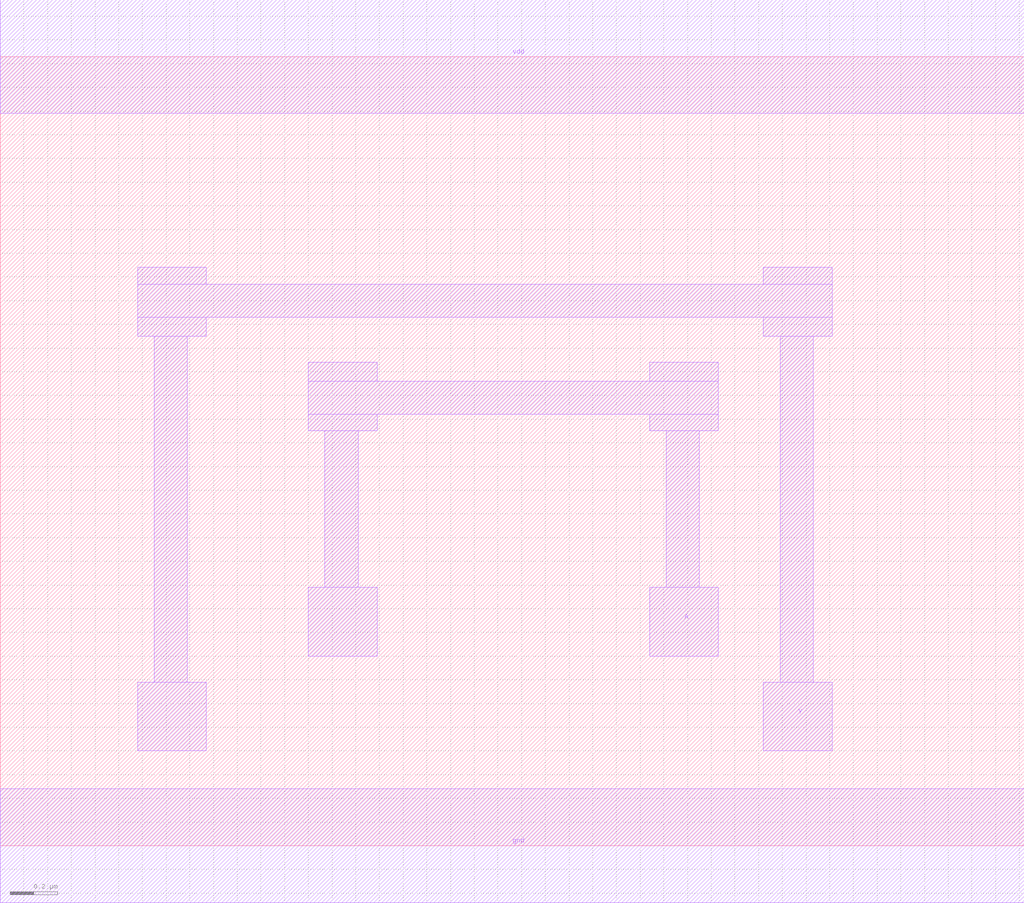
<source format=lef>
VERSION 5.7 ;
  NOWIREEXTENSIONATPIN ON ;
  DIVIDERCHAR "/" ;
  BUSBITCHARS "[]" ;
MACRO INVX4
  CLASS CORE ;
  FOREIGN INVX4 ;
  ORIGIN 0.000 0.000 ;
  SIZE 4.320 BY 3.330 ;
  SYMMETRY X Y R90 ;
  SITE unithd ;
  PIN vdd
    DIRECTION INOUT ;
    USE POWER ;
    SHAPE ABUTMENT ;
    PORT
      LAYER met1 ;
        RECT 0.000 3.090 4.320 3.570 ;
    END
  END vdd
  PIN gnd
    DIRECTION INOUT ;
    USE GROUND ;
    SHAPE ABUTMENT ;
    PORT
      LAYER met1 ;
        RECT 0.000 -0.240 4.320 0.240 ;
    END
  END gnd
  PIN Y
    DIRECTION INOUT ;
    USE SIGNAL ;
    SHAPE ABUTMENT ;
    PORT
      LAYER met1 ;
        RECT 0.580 2.370 0.870 2.440 ;
        RECT 3.220 2.370 3.510 2.440 ;
        RECT 0.580 2.230 3.510 2.370 ;
        RECT 0.580 2.150 0.870 2.230 ;
        RECT 3.220 2.150 3.510 2.230 ;
        RECT 0.650 0.690 0.790 2.150 ;
        RECT 3.290 0.690 3.430 2.150 ;
        RECT 0.580 0.400 0.870 0.690 ;
        RECT 3.220 0.400 3.510 0.690 ;
    END
  END Y
  PIN A
    DIRECTION INOUT ;
    USE SIGNAL ;
    SHAPE ABUTMENT ;
    PORT
      LAYER met1 ;
        RECT 1.300 1.960 1.590 2.040 ;
        RECT 2.740 1.960 3.030 2.040 ;
        RECT 1.300 1.820 3.030 1.960 ;
        RECT 1.300 1.750 1.590 1.820 ;
        RECT 2.740 1.750 3.030 1.820 ;
        RECT 1.370 1.090 1.510 1.750 ;
        RECT 2.810 1.090 2.950 1.750 ;
        RECT 1.300 0.800 1.590 1.090 ;
        RECT 2.740 0.800 3.030 1.090 ;
    END
  END A
END INVX4
END LIBRARY


</source>
